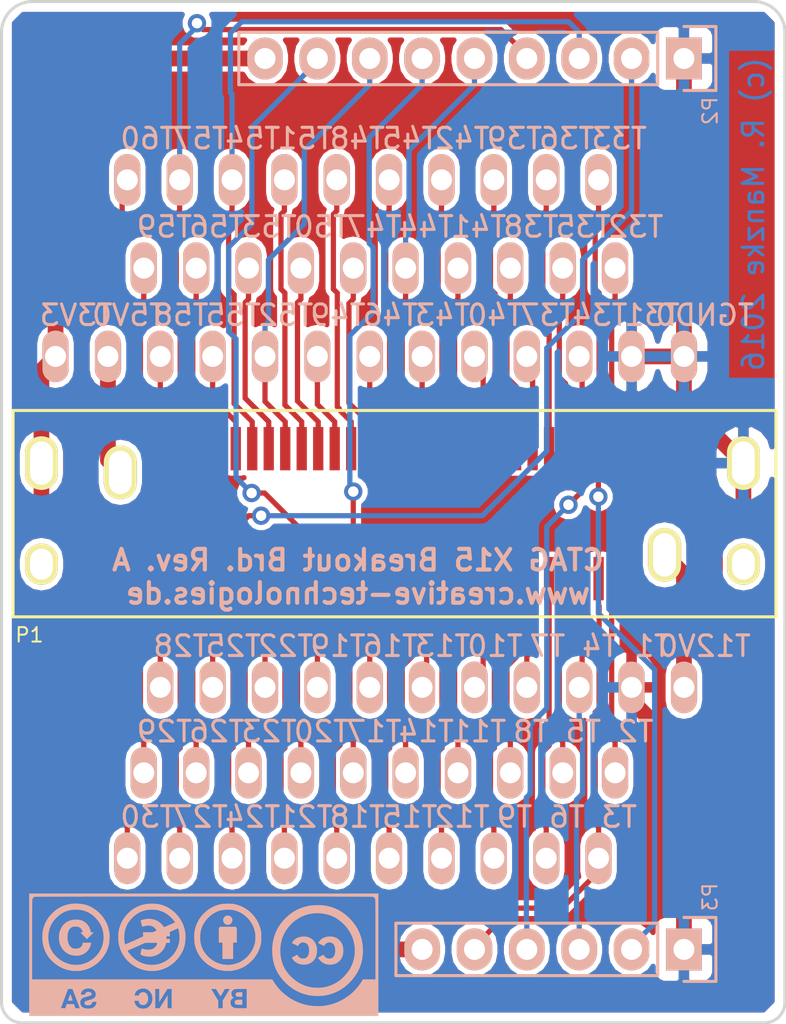
<source format=kicad_pcb>
(kicad_pcb (version 4) (host pcbnew 4.0.2-stable)
  (title_block (title "X15 Breakout Board") (date 2016-06-02) (rev "Rev. A") (company CTAG) (comment 1 "R. Manzke 2016"))
  (layers (0 F.Cu signal) (31 B.Cu signal) (36 B.SilkS user) (37 F.SilkS user) (38 B.Mask user) (39 F.Mask user) (44 Edge.Cuts user))
  (net 0 "")
  (net 1 /SPI_CS)
  (net 2 /SPI_DI)
  (net 3 /DSDATA1)
  (net 4 /DBCLK)
  (net 5 /RESET)
  (net 6 /SPI_DO)
  (net 7 /SPI_CLK)
  (net 8 /ABCLK)
  (net 9 /DLRCLK)
  (net 10 /ASDATA1)
  (net 11 /ALRCLK)
  (net 12 GND)
  (net 13 "Net-(P1-Pad2)")
  (net 14 "Net-(P1-Pad5)")
  (net 15 "Net-(P1-Pad6)")
  (net 16 "Net-(P1-Pad7)")
  (net 17 "Net-(P1-Pad8)")
  (net 18 "Net-(P1-Pad9)")
  (net 19 "Net-(P1-Pad10)")
  (net 20 "Net-(P1-Pad11)")
  (net 21 "Net-(P1-Pad12)")
  (net 22 "Net-(P1-Pad13)")
  (net 23 "Net-(P1-Pad14)")
  (net 24 "Net-(P1-Pad15)")
  (net 25 "Net-(P1-Pad16)")
  (net 26 "Net-(P1-Pad17)")
  (net 27 "Net-(P1-Pad19)")
  (net 28 "Net-(P1-Pad20)")
  (net 29 "Net-(P1-Pad22)")
  (net 30 "Net-(P1-Pad23)")
  (net 31 "Net-(P1-Pad24)")
  (net 32 "Net-(P1-Pad26)")
  (net 33 "Net-(P1-Pad27)")
  (net 34 "Net-(P1-Pad28)")
  (net 35 "Net-(P1-Pad29)")
  (net 36 "Net-(P1-Pad30)")
  (net 37 "Net-(P1-Pad32)")
  (net 38 "Net-(P1-Pad35)")
  (net 39 "Net-(P1-Pad36)")
  (net 40 "Net-(P1-Pad37)")
  (net 41 "Net-(P1-Pad38)")
  (net 42 "Net-(P1-Pad39)")
  (net 43 "Net-(P1-Pad40)")
  (net 44 "Net-(P1-Pad41)")
  (net 45 "Net-(P1-Pad42)")
  (net 46 "Net-(P1-Pad43)")
  (net 47 "Net-(P1-Pad45)")
  (net 48 "Net-(P1-Pad46)")
  (net 49 "Net-(P1-Pad47)")
  (net 50 "Net-(P1-Pad48)")
  (net 51 "Net-(P1-Pad49)")
  (net 52 "Net-(P1-Pad50)")
  (net 53 "Net-(P1-Pad51)")
  (net 54 "Net-(P1-Pad53)")
  (net 55 "Net-(P1-Pad55)")
  (net 56 "Net-(P1-Pad56)")
  (net 57 "Net-(P1-Pad58)")
  (net 58 "Net-(P1-Pad59)")
  (net 59 "Net-(P1-Pad60)")
  (net 60 /12V0)
  (net 61 /5V0)
  (net 62 /3V3)
  (module HiroseFX:FX18-60S-0.8SV15 (layer F.Cu) (at 162.96 71.12)
    (fp_text reference P1 (at -29.21 5.88) (layer F.SilkS) (effects (font (size 0.7 0.7) (thickness 0.1))))
    (fp_text value FX18-60S-0.8SV15)
    (pad 1 smd rect (at 0 3.15) (size 0.5 2.1) (layers F.Cu F.Mask) (net 12 GND))
    (pad 2 smd rect (at -0.8 3.15) (size 0.5 2.1) (layers F.Cu F.Mask) (net 13 "Net-(P1-Pad2)"))
    (pad 3 smd rect (at -1.6 3.15) (size 0.5 2.1) (layers F.Cu F.Mask) (net 1 /SPI_CS))
    (pad 4 smd rect (at -2.4 3.15) (size 0.5 2.1) (layers F.Cu F.Mask) (net 2 /SPI_DI))
    (pad 5 smd rect (at -3.2 3.15) (size 0.5 2.1) (layers F.Cu F.Mask) (net 14 "Net-(P1-Pad5)"))
    (pad 6 smd rect (at -4 3.15) (size 0.5 2.1) (layers F.Cu F.Mask) (net 15 "Net-(P1-Pad6)"))
    (pad 7 smd rect (at -4.8 3.15) (size 0.5 2.1) (layers F.Cu F.Mask) (net 16 "Net-(P1-Pad7)"))
    (pad 8 smd rect (at -5.6 3.15) (size 0.5 2.1) (layers F.Cu F.Mask) (net 17 "Net-(P1-Pad8)"))
    (pad 9 smd rect (at -6.4 3.15) (size 0.5 2.1) (layers F.Cu F.Mask) (net 18 "Net-(P1-Pad9)"))
    (pad 10 smd rect (at -7.2 3.15) (size 0.5 2.1) (layers F.Cu F.Mask) (net 19 "Net-(P1-Pad10)"))
    (pad 11 smd rect (at -8 3.15) (size 0.5 2.1) (layers F.Cu F.Mask) (net 20 "Net-(P1-Pad11)"))
    (pad 12 smd rect (at -8.8 3.15) (size 0.5 2.1) (layers F.Cu F.Mask) (net 21 "Net-(P1-Pad12)"))
    (pad 13 smd rect (at -9.6 3.15) (size 0.5 2.1) (layers F.Cu F.Mask) (net 22 "Net-(P1-Pad13)"))
    (pad 14 smd rect (at -10.4 3.15) (size 0.5 2.1) (layers F.Cu F.Mask) (net 23 "Net-(P1-Pad14)"))
    (pad 15 smd rect (at -11.2 3.15) (size 0.5 2.1) (layers F.Cu F.Mask) (net 24 "Net-(P1-Pad15)"))
    (pad 16 smd rect (at -12 3.15) (size 0.5 2.1) (layers F.Cu F.Mask) (net 25 "Net-(P1-Pad16)"))
    (pad 17 smd rect (at -12.8 3.15) (size 0.5 2.1) (layers F.Cu F.Mask) (net 26 "Net-(P1-Pad17)"))
    (pad 18 smd rect (at -13.6 3.15) (size 0.5 2.1) (layers F.Cu F.Mask) (net 3 /DSDATA1))
    (pad 19 smd rect (at -14.4 3.15) (size 0.5 2.1) (layers F.Cu F.Mask) (net 27 "Net-(P1-Pad19)"))
    (pad 20 smd rect (at -15.2 3.15) (size 0.5 2.1) (layers F.Cu F.Mask) (net 28 "Net-(P1-Pad20)"))
    (pad 21 smd rect (at -16 3.15) (size 0.5 2.1) (layers F.Cu F.Mask) (net 4 /DBCLK))
    (pad 22 smd rect (at -16.8 3.15) (size 0.5 2.1) (layers F.Cu F.Mask) (net 29 "Net-(P1-Pad22)"))
    (pad 23 smd rect (at -17.6 3.15) (size 0.5 2.1) (layers F.Cu F.Mask) (net 30 "Net-(P1-Pad23)"))
    (pad 24 smd rect (at -18.4 3.15) (size 0.5 2.1) (layers F.Cu F.Mask) (net 31 "Net-(P1-Pad24)"))
    (pad 25 smd rect (at -19.2 3.15) (size 0.5 2.1) (layers F.Cu F.Mask) (net 5 /RESET))
    (pad 26 smd rect (at -20 3.15) (size 0.5 2.1) (layers F.Cu F.Mask) (net 32 "Net-(P1-Pad26)"))
    (pad 27 smd rect (at -20.8 3.15) (size 0.5 2.1) (layers F.Cu F.Mask) (net 33 "Net-(P1-Pad27)"))
    (pad 28 smd rect (at -21.6 3.15) (size 0.5 2.1) (layers F.Cu F.Mask) (net 34 "Net-(P1-Pad28)"))
    (pad 29 smd rect (at -22.4 3.15) (size 0.5 2.1) (layers F.Cu F.Mask) (net 35 "Net-(P1-Pad29)"))
    (pad 30 smd rect (at -23.2 3.15) (size 0.5 2.1) (layers F.Cu F.Mask) (net 36 "Net-(P1-Pad30)"))
    (pad 31 smd rect (at 0 -3.15) (size 0.5 2.1) (layers F.Cu F.Mask) (net 12 GND))
    (pad 32 smd rect (at -0.8 -3.15) (size 0.5 2.1) (layers F.Cu F.Mask) (net 37 "Net-(P1-Pad32)"))
    (pad 33 smd rect (at -1.6 -3.15) (size 0.5 2.1) (layers F.Cu F.Mask) (net 6 /SPI_DO))
    (pad 34 smd rect (at -2.4 -3.15) (size 0.5 2.1) (layers F.Cu F.Mask) (net 7 /SPI_CLK))
    (pad 35 smd rect (at -3.2 -3.15) (size 0.5 2.1) (layers F.Cu F.Mask) (net 38 "Net-(P1-Pad35)"))
    (pad 36 smd rect (at -4 -3.15) (size 0.5 2.1) (layers F.Cu F.Mask) (net 39 "Net-(P1-Pad36)"))
    (pad 37 smd rect (at -4.8 -3.15) (size 0.5 2.1) (layers F.Cu F.Mask) (net 40 "Net-(P1-Pad37)"))
    (pad 38 smd rect (at -5.6 -3.15) (size 0.5 2.1) (layers F.Cu F.Mask) (net 41 "Net-(P1-Pad38)"))
    (pad 39 smd rect (at -6.4 -3.15) (size 0.5 2.1) (layers F.Cu F.Mask) (net 42 "Net-(P1-Pad39)"))
    (pad 40 smd rect (at -7.2 -3.15) (size 0.5 2.1) (layers F.Cu F.Mask) (net 43 "Net-(P1-Pad40)"))
    (pad 41 smd rect (at -8 -3.15) (size 0.5 2.1) (layers F.Cu F.Mask) (net 44 "Net-(P1-Pad41)"))
    (pad 42 smd rect (at -8.8 -3.15) (size 0.5 2.1) (layers F.Cu F.Mask) (net 45 "Net-(P1-Pad42)"))
    (pad 43 smd rect (at -9.6 -3.15) (size 0.5 2.1) (layers F.Cu F.Mask) (net 46 "Net-(P1-Pad43)"))
    (pad 44 smd rect (at -10.4 -3.15) (size 0.5 2.1) (layers F.Cu F.Mask) (net 8 /ABCLK))
    (pad 45 smd rect (at -11.2 -3.15) (size 0.5 2.1) (layers F.Cu F.Mask) (net 47 "Net-(P1-Pad45)"))
    (pad 46 smd rect (at -12 -3.15) (size 0.5 2.1) (layers F.Cu F.Mask) (net 48 "Net-(P1-Pad46)"))
    (pad 47 smd rect (at -12.8 -3.15) (size 0.5 2.1) (layers F.Cu F.Mask) (net 49 "Net-(P1-Pad47)"))
    (pad 48 smd rect (at -13.6 -3.15) (size 0.5 2.1) (layers F.Cu F.Mask) (net 50 "Net-(P1-Pad48)"))
    (pad 49 smd rect (at -14.4 -3.15) (size 0.5 2.1) (layers F.Cu F.Mask) (net 51 "Net-(P1-Pad49)"))
    (pad 50 smd rect (at -15.2 -3.15) (size 0.5 2.1) (layers F.Cu F.Mask) (net 52 "Net-(P1-Pad50)"))
    (pad 51 smd rect (at -16 -3.15) (size 0.5 2.1) (layers F.Cu F.Mask) (net 53 "Net-(P1-Pad51)"))
    (pad 52 smd rect (at -16.8 -3.15) (size 0.5 2.1) (layers F.Cu F.Mask) (net 9 /DLRCLK))
    (pad 53 smd rect (at -17.6 -3.15) (size 0.5 2.1) (layers F.Cu F.Mask) (net 54 "Net-(P1-Pad53)"))
    (pad 54 smd rect (at -18.4 -3.15) (size 0.5 2.1) (layers F.Cu F.Mask) (net 10 /ASDATA1))
    (pad 55 smd rect (at -19.2 -3.15) (size 0.5 2.1) (layers F.Cu F.Mask) (net 55 "Net-(P1-Pad55)"))
    (pad 56 smd rect (at -20 -3.15) (size 0.5 2.1) (layers F.Cu F.Mask) (net 56 "Net-(P1-Pad56)"))
    (pad 57 smd rect (at -20.8 -3.15) (size 0.5 2.1) (layers F.Cu F.Mask) (net 11 /ALRCLK))
    (pad 58 smd rect (at -21.6 -3.15) (size 0.5 2.1) (layers F.Cu F.Mask) (net 57 "Net-(P1-Pad58)"))
    (pad 59 smd rect (at -22.4 -3.15) (size 0.5 2.1) (layers F.Cu F.Mask) (net 58 "Net-(P1-Pad59)"))
    (pad 60 smd rect (at -23.2 -3.15) (size 0.5 2.1) (layers F.Cu F.Mask) (net 59 "Net-(P1-Pad60)"))
    (pad B1 thru_hole oval (at 1.6 2) (size 1.6 2.6) (drill oval 1.1 2.1) (layers *.Cu *.Mask F.SilkS) (net 60 /12V0))
    (pad B2 thru_hole oval (at -24.8 -2) (size 1.6 2.6) (drill oval 1.1 2.1) (layers *.Cu *.Mask F.SilkS) (net 61 /5V0))
    (pad A2 thru_hole oval (at 5.425 -2.45) (size 1.6 2.6) (drill oval 1.1 2.1) (layers *.Cu *.Mask F.SilkS) (net 12 GND))
    (pad A3 thru_hole oval (at -28.625 -2.45) (size 1.6 2.6) (drill oval 1.1 2.1) (layers *.Cu *.Mask F.SilkS) (net 62 /3V3))
    (pad A1 thru_hole oval (at 5.425 2.45) (size 1.6 2) (drill oval 1.1 1.5) (layers *.Cu *.Mask F.SilkS))
    (pad A4 thru_hole oval (at -28.625 2.45) (size 1.6 2) (drill oval 1.1 1.5) (layers *.Cu *.Mask F.SilkS))
  )
  (module Pin_Headers:Pin_Header_Straight_1x09 (layer B.Cu) (at 165.5 49.06 90)
    (fp_text reference P2 (at -2.54 1.27 90) (layer B.SilkS) (effects (font (size 0.7 0.7) (thickness 0.1)) (justify mirror)))
    (fp_text value I2S)
    (pad 1 thru_hole rect (at 0 0 90) (size 2.032 1.7272) (drill 1.016) (layers *.Cu *.Mask B.SilkS) (net 12 GND))
    (pad 2 thru_hole oval (at 0 -2.54 90) (size 2.032 1.7272) (drill 1.016) (layers *.Cu *.Mask B.SilkS) (net 5 /RESET))
    (pad 3 thru_hole oval (at 0 -5.08 90) (size 2.032 1.7272) (drill 1.016) (layers *.Cu *.Mask B.SilkS) (net 10 /ASDATA1))
    (pad 4 thru_hole oval (at 0 -7.62 90) (size 2.032 1.7272) (drill 1.016) (layers *.Cu *.Mask B.SilkS) (net 11 /ALRCLK))
    (pad 5 thru_hole oval (at 0 -10.16 90) (size 2.032 1.7272) (drill 1.016) (layers *.Cu *.Mask B.SilkS) (net 8 /ABCLK))
    (pad 6 thru_hole oval (at 0 -12.7 90) (size 2.032 1.7272) (drill 1.016) (layers *.Cu *.Mask B.SilkS) (net 3 /DSDATA1))
    (pad 7 thru_hole oval (at 0 -15.24 90) (size 2.032 1.7272) (drill 1.016) (layers *.Cu *.Mask B.SilkS) (net 9 /DLRCLK))
    (pad 8 thru_hole oval (at 0 -17.78 90) (size 2.032 1.7272) (drill 1.016) (layers *.Cu *.Mask B.SilkS) (net 4 /DBCLK))
    (pad 9 thru_hole oval (at 0 -20.32 90) (size 2.032 1.7272) (drill 1.016) (layers *.Cu *.Mask B.SilkS) (net 62 /3V3))
  )
  (module Pin_Headers:Pin_Header_Straight_1x06 (layer B.Cu) (at 165.5 92.24 90)
    (fp_text reference P3 (at 2.54 1.27 90) (layer B.SilkS) (effects (font (size 0.7 0.7) (thickness 0.1)) (justify mirror)))
    (fp_text value SPI)
    (pad 1 thru_hole rect (at 0 0 90) (size 2.032 1.7272) (drill 1.016) (layers *.Cu *.Mask B.SilkS) (net 12 GND))
    (pad 2 thru_hole oval (at 0 -2.54 90) (size 2.032 1.7272) (drill 1.016) (layers *.Cu *.Mask B.SilkS) (net 6 /SPI_DO))
    (pad 3 thru_hole oval (at 0 -5.08 90) (size 2.032 1.7272) (drill 1.016) (layers *.Cu *.Mask B.SilkS) (net 2 /SPI_DI))
    (pad 4 thru_hole oval (at 0 -7.62 90) (size 2.032 1.7272) (drill 1.016) (layers *.Cu *.Mask B.SilkS) (net 7 /SPI_CLK))
    (pad 5 thru_hole oval (at 0 -10.16 90) (size 2.032 1.7272) (drill 1.016) (layers *.Cu *.Mask B.SilkS) (net 1 /SPI_CS))
    (pad 6 thru_hole oval (at 0 -12.7 90) (size 2.032 1.7272) (drill 1.016) (layers *.Cu *.Mask B.SilkS) (net 62 /3V3))
  )
  (module modules:cc-logo (layer B.Cu) (at 142.21 92.5 180)
    (fp_text reference G*** hide)
    (fp_text value LOGO hide)
  )
  (module HiroseFX:Testpin (layer B.Cu) (at 165.5 63.5)
    (fp_text reference TGND0 (at 1 -2) (layer B.SilkS) (effects (justify mirror)))
    (fp_text value ~)
    (pad 1 thru_hole oval (at 0 0) (size 1.27 2.5) (drill 1.016) (layers *.Cu *.Mask B.SilkS) (net 12 GND))
  )
  (module HiroseFX:Testpin (layer B.Cu) (at 138.5 54.94)
    (fp_text reference T60 (at 1 -2) (layer B.SilkS) (effects (justify mirror)))
    (fp_text value ~)
    (pad 1 thru_hole oval (at 0 0) (size 1.27 2.5) (drill 1.016) (layers *.Cu *.Mask B.SilkS) (net 59 "Net-(P1-Pad60)"))
  )
  (module HiroseFX:Testpin (layer B.Cu) (at 139.3 59.22)
    (fp_text reference T59 (at 1 -2) (layer B.SilkS) (effects (justify mirror)))
    (fp_text value ~)
    (pad 1 thru_hole oval (at 0 0) (size 1.27 2.5) (drill 1.016) (layers *.Cu *.Mask B.SilkS) (net 58 "Net-(P1-Pad59)"))
  )
  (module HiroseFX:Testpin (layer B.Cu) (at 140.1 63.5)
    (fp_text reference T58 (at 1 -2) (layer B.SilkS) (effects (justify mirror)))
    (fp_text value ~)
    (pad 1 thru_hole oval (at 0 0) (size 1.27 2.5) (drill 1.016) (layers *.Cu *.Mask B.SilkS) (net 57 "Net-(P1-Pad58)"))
  )
  (module HiroseFX:Testpin (layer B.Cu) (at 141.04 54.94)
    (fp_text reference T57 (at 1 -2) (layer B.SilkS) (effects (justify mirror)))
    (fp_text value ~)
    (pad 1 thru_hole oval (at 0 0) (size 1.27 2.5) (drill 1.016) (layers *.Cu *.Mask B.SilkS) (net 11 /ALRCLK))
  )
  (module HiroseFX:Testpin (layer B.Cu) (at 141.84 59.22)
    (fp_text reference T56 (at 1 -2) (layer B.SilkS) (effects (justify mirror)))
    (fp_text value ~)
    (pad 1 thru_hole oval (at 0 0) (size 1.27 2.5) (drill 1.016) (layers *.Cu *.Mask B.SilkS) (net 56 "Net-(P1-Pad56)"))
  )
  (module HiroseFX:Testpin (layer B.Cu) (at 142.64 63.5)
    (fp_text reference T55 (at 1 -2) (layer B.SilkS) (effects (justify mirror)))
    (fp_text value ~)
    (pad 1 thru_hole oval (at 0 0) (size 1.27 2.5) (drill 1.016) (layers *.Cu *.Mask B.SilkS) (net 55 "Net-(P1-Pad55)"))
  )
  (module HiroseFX:Testpin (layer B.Cu) (at 143.58 54.94)
    (fp_text reference T54 (at 1 -2) (layer B.SilkS) (effects (justify mirror)))
    (fp_text value ~)
    (pad 1 thru_hole oval (at 0 0) (size 1.27 2.5) (drill 1.016) (layers *.Cu *.Mask B.SilkS) (net 10 /ASDATA1))
  )
  (module HiroseFX:Testpin (layer B.Cu) (at 144.38 59.22)
    (fp_text reference T53 (at 1 -2) (layer B.SilkS) (effects (justify mirror)))
    (fp_text value ~)
    (pad 1 thru_hole oval (at 0 0) (size 1.27 2.5) (drill 1.016) (layers *.Cu *.Mask B.SilkS) (net 54 "Net-(P1-Pad53)"))
  )
  (module HiroseFX:Testpin (layer B.Cu) (at 145.18 63.5)
    (fp_text reference T52 (at 1 -2) (layer B.SilkS) (effects (justify mirror)))
    (fp_text value ~)
    (pad 1 thru_hole oval (at 0 0) (size 1.27 2.5) (drill 1.016) (layers *.Cu *.Mask B.SilkS) (net 9 /DLRCLK))
  )
  (module HiroseFX:Testpin (layer B.Cu) (at 146.12 54.94)
    (fp_text reference T51 (at 1 -2) (layer B.SilkS) (effects (justify mirror)))
    (fp_text value ~)
    (pad 1 thru_hole oval (at 0 0) (size 1.27 2.5) (drill 1.016) (layers *.Cu *.Mask B.SilkS) (net 53 "Net-(P1-Pad51)"))
  )
  (module HiroseFX:Testpin (layer B.Cu) (at 146.92 59.22)
    (fp_text reference T50 (at 1 -2) (layer B.SilkS) (effects (justify mirror)))
    (fp_text value ~)
    (pad 1 thru_hole oval (at 0 0) (size 1.27 2.5) (drill 1.016) (layers *.Cu *.Mask B.SilkS) (net 52 "Net-(P1-Pad50)"))
  )
  (module HiroseFX:Testpin (layer B.Cu) (at 147.72 63.5)
    (fp_text reference T49 (at 1 -2) (layer B.SilkS) (effects (justify mirror)))
    (fp_text value ~)
    (pad 1 thru_hole oval (at 0 0) (size 1.27 2.5) (drill 1.016) (layers *.Cu *.Mask B.SilkS) (net 51 "Net-(P1-Pad49)"))
  )
  (module HiroseFX:Testpin (layer B.Cu) (at 148.66 54.94)
    (fp_text reference T48 (at 1 -2) (layer B.SilkS) (effects (justify mirror)))
    (fp_text value ~)
    (pad 1 thru_hole oval (at 0 0) (size 1.27 2.5) (drill 1.016) (layers *.Cu *.Mask B.SilkS) (net 50 "Net-(P1-Pad48)"))
  )
  (module HiroseFX:Testpin (layer B.Cu) (at 149.46 59.22)
    (fp_text reference T47 (at 1 -2) (layer B.SilkS) (effects (justify mirror)))
    (fp_text value ~)
    (pad 1 thru_hole oval (at 0 0) (size 1.27 2.5) (drill 1.016) (layers *.Cu *.Mask B.SilkS) (net 49 "Net-(P1-Pad47)"))
  )
  (module HiroseFX:Testpin (layer B.Cu) (at 150.26 63.5)
    (fp_text reference T46 (at 1 -2) (layer B.SilkS) (effects (justify mirror)))
    (fp_text value ~)
    (pad 1 thru_hole oval (at 0 0) (size 1.27 2.5) (drill 1.016) (layers *.Cu *.Mask B.SilkS) (net 48 "Net-(P1-Pad46)"))
  )
  (module HiroseFX:Testpin (layer B.Cu) (at 151.2 54.94)
    (fp_text reference T45 (at 1 -2) (layer B.SilkS) (effects (justify mirror)))
    (fp_text value ~)
    (pad 1 thru_hole oval (at 0 0) (size 1.27 2.5) (drill 1.016) (layers *.Cu *.Mask B.SilkS) (net 47 "Net-(P1-Pad45)"))
  )
  (module HiroseFX:Testpin (layer B.Cu) (at 152 59.22)
    (fp_text reference T44 (at 1 -2) (layer B.SilkS) (effects (justify mirror)))
    (fp_text value ~)
    (pad 1 thru_hole oval (at 0 0) (size 1.27 2.5) (drill 1.016) (layers *.Cu *.Mask B.SilkS) (net 8 /ABCLK))
  )
  (module HiroseFX:Testpin (layer B.Cu) (at 152.8 63.5)
    (fp_text reference T43 (at 1 -2) (layer B.SilkS) (effects (justify mirror)))
    (fp_text value ~)
    (pad 1 thru_hole oval (at 0 0) (size 1.27 2.5) (drill 1.016) (layers *.Cu *.Mask B.SilkS) (net 46 "Net-(P1-Pad43)"))
  )
  (module HiroseFX:Testpin (layer B.Cu) (at 153.74 54.94)
    (fp_text reference T42 (at 1 -2) (layer B.SilkS) (effects (justify mirror)))
    (fp_text value ~)
    (pad 1 thru_hole oval (at 0 0) (size 1.27 2.5) (drill 1.016) (layers *.Cu *.Mask B.SilkS) (net 45 "Net-(P1-Pad42)"))
  )
  (module HiroseFX:Testpin (layer B.Cu) (at 154.54 59.22)
    (fp_text reference T41 (at 1 -2) (layer B.SilkS) (effects (justify mirror)))
    (fp_text value ~)
    (pad 1 thru_hole oval (at 0 0) (size 1.27 2.5) (drill 1.016) (layers *.Cu *.Mask B.SilkS) (net 44 "Net-(P1-Pad41)"))
  )
  (module HiroseFX:Testpin (layer B.Cu) (at 155.34 63.5)
    (fp_text reference T40 (at 1 -2) (layer B.SilkS) (effects (justify mirror)))
    (fp_text value ~)
    (pad 1 thru_hole oval (at 0 0) (size 1.27 2.5) (drill 1.016) (layers *.Cu *.Mask B.SilkS) (net 43 "Net-(P1-Pad40)"))
  )
  (module HiroseFX:Testpin (layer B.Cu) (at 156.28 54.94)
    (fp_text reference T39 (at 1 -2) (layer B.SilkS) (effects (justify mirror)))
    (fp_text value ~)
    (pad 1 thru_hole oval (at 0 0) (size 1.27 2.5) (drill 1.016) (layers *.Cu *.Mask B.SilkS) (net 42 "Net-(P1-Pad39)"))
  )
  (module HiroseFX:Testpin (layer B.Cu) (at 157.08 59.22)
    (fp_text reference T38 (at 1 -2) (layer B.SilkS) (effects (justify mirror)))
    (fp_text value ~)
    (pad 1 thru_hole oval (at 0 0) (size 1.27 2.5) (drill 1.016) (layers *.Cu *.Mask B.SilkS) (net 41 "Net-(P1-Pad38)"))
  )
  (module HiroseFX:Testpin (layer B.Cu) (at 157.88 63.5)
    (fp_text reference T37 (at 1 -2) (layer B.SilkS) (effects (justify mirror)))
    (fp_text value ~)
    (pad 1 thru_hole oval (at 0 0) (size 1.27 2.5) (drill 1.016) (layers *.Cu *.Mask B.SilkS) (net 40 "Net-(P1-Pad37)"))
  )
  (module HiroseFX:Testpin (layer B.Cu) (at 158.82 54.94)
    (fp_text reference T36 (at 1 -2) (layer B.SilkS) (effects (justify mirror)))
    (fp_text value ~)
    (pad 1 thru_hole oval (at 0 0) (size 1.27 2.5) (drill 1.016) (layers *.Cu *.Mask B.SilkS) (net 39 "Net-(P1-Pad36)"))
  )
  (module HiroseFX:Testpin (layer B.Cu) (at 159.62 59.22)
    (fp_text reference T35 (at 1 -2) (layer B.SilkS) (effects (justify mirror)))
    (fp_text value ~)
    (pad 1 thru_hole oval (at 0 0) (size 1.27 2.5) (drill 1.016) (layers *.Cu *.Mask B.SilkS) (net 38 "Net-(P1-Pad35)"))
  )
  (module HiroseFX:Testpin (layer B.Cu) (at 160.42 63.5)
    (fp_text reference T34 (at 1 -2) (layer B.SilkS) (effects (justify mirror)))
    (fp_text value ~)
    (pad 1 thru_hole oval (at 0 0) (size 1.27 2.5) (drill 1.016) (layers *.Cu *.Mask B.SilkS) (net 7 /SPI_CLK))
  )
  (module HiroseFX:Testpin (layer B.Cu) (at 161.36 54.94)
    (fp_text reference T33 (at 1 -2) (layer B.SilkS) (effects (justify mirror)))
    (fp_text value ~)
    (pad 1 thru_hole oval (at 0 0) (size 1.27 2.5) (drill 1.016) (layers *.Cu *.Mask B.SilkS) (net 6 /SPI_DO))
  )
  (module HiroseFX:Testpin (layer B.Cu) (at 162.16 59.22)
    (fp_text reference T32 (at 1 -2) (layer B.SilkS) (effects (justify mirror)))
    (fp_text value ~)
    (pad 1 thru_hole oval (at 0 0) (size 1.27 2.5) (drill 1.016) (layers *.Cu *.Mask B.SilkS) (net 37 "Net-(P1-Pad32)"))
  )
  (module HiroseFX:Testpin (layer B.Cu) (at 162.96 63.5)
    (fp_text reference T31 (at 1 -2) (layer B.SilkS) (effects (justify mirror)))
    (fp_text value ~)
    (pad 1 thru_hole oval (at 0 0) (size 1.27 2.5) (drill 1.016) (layers *.Cu *.Mask B.SilkS) (net 12 GND))
  )
  (module HiroseFX:Testpin (layer B.Cu) (at 138.5 87.82)
    (fp_text reference T30 (at 1 -2) (layer B.SilkS) (effects (justify mirror)))
    (fp_text value ~)
    (pad 1 thru_hole oval (at 0 0) (size 1.27 2.5) (drill 1.016) (layers *.Cu *.Mask B.SilkS) (net 36 "Net-(P1-Pad30)"))
  )
  (module HiroseFX:Testpin (layer B.Cu) (at 139.3 83.68)
    (fp_text reference T29 (at 1 -2) (layer B.SilkS) (effects (justify mirror)))
    (fp_text value ~)
    (pad 1 thru_hole oval (at 0 0) (size 1.27 2.5) (drill 1.016) (layers *.Cu *.Mask B.SilkS) (net 35 "Net-(P1-Pad29)"))
  )
  (module HiroseFX:Testpin (layer B.Cu) (at 140.1 79.54)
    (fp_text reference T28 (at 1 -2) (layer B.SilkS) (effects (justify mirror)))
    (fp_text value ~)
    (pad 1 thru_hole oval (at 0 0) (size 1.27 2.5) (drill 1.016) (layers *.Cu *.Mask B.SilkS) (net 34 "Net-(P1-Pad28)"))
  )
  (module HiroseFX:Testpin (layer B.Cu) (at 141.04 87.82)
    (fp_text reference T27 (at 1 -2) (layer B.SilkS) (effects (justify mirror)))
    (fp_text value ~)
    (pad 1 thru_hole oval (at 0 0) (size 1.27 2.5) (drill 1.016) (layers *.Cu *.Mask B.SilkS) (net 33 "Net-(P1-Pad27)"))
  )
  (module HiroseFX:Testpin (layer B.Cu) (at 141.84 83.68)
    (fp_text reference T26 (at 1 -2) (layer B.SilkS) (effects (justify mirror)))
    (fp_text value ~)
    (pad 1 thru_hole oval (at 0 0) (size 1.27 2.5) (drill 1.016) (layers *.Cu *.Mask B.SilkS) (net 32 "Net-(P1-Pad26)"))
  )
  (module HiroseFX:Testpin (layer B.Cu) (at 142.64 79.54)
    (fp_text reference T25 (at 1 -2) (layer B.SilkS) (effects (justify mirror)))
    (fp_text value ~)
    (pad 1 thru_hole oval (at 0 0) (size 1.27 2.5) (drill 1.016) (layers *.Cu *.Mask B.SilkS) (net 5 /RESET))
  )
  (module HiroseFX:Testpin (layer B.Cu) (at 143.58 87.82)
    (fp_text reference T24 (at 1 -2) (layer B.SilkS) (effects (justify mirror)))
    (fp_text value ~)
    (pad 1 thru_hole oval (at 0 0) (size 1.27 2.5) (drill 1.016) (layers *.Cu *.Mask B.SilkS) (net 31 "Net-(P1-Pad24)"))
  )
  (module HiroseFX:Testpin (layer B.Cu) (at 144.38 83.68)
    (fp_text reference T23 (at 1 -2) (layer B.SilkS) (effects (justify mirror)))
    (fp_text value ~)
    (pad 1 thru_hole oval (at 0 0) (size 1.27 2.5) (drill 1.016) (layers *.Cu *.Mask B.SilkS) (net 30 "Net-(P1-Pad23)"))
  )
  (module HiroseFX:Testpin (layer B.Cu) (at 145.18 79.54)
    (fp_text reference T22 (at 1 -2) (layer B.SilkS) (effects (justify mirror)))
    (fp_text value ~)
    (pad 1 thru_hole oval (at 0 0) (size 1.27 2.5) (drill 1.016) (layers *.Cu *.Mask B.SilkS) (net 29 "Net-(P1-Pad22)"))
  )
  (module HiroseFX:Testpin (layer B.Cu) (at 146.12 87.82)
    (fp_text reference T21 (at 1 -2) (layer B.SilkS) (effects (justify mirror)))
    (fp_text value ~)
    (pad 1 thru_hole oval (at 0 0) (size 1.27 2.5) (drill 1.016) (layers *.Cu *.Mask B.SilkS) (net 4 /DBCLK))
  )
  (module HiroseFX:Testpin (layer B.Cu) (at 146.92 83.68)
    (fp_text reference T20 (at 1 -2) (layer B.SilkS) (effects (justify mirror)))
    (fp_text value ~)
    (pad 1 thru_hole oval (at 0 0) (size 1.27 2.5) (drill 1.016) (layers *.Cu *.Mask B.SilkS) (net 28 "Net-(P1-Pad20)"))
  )
  (module HiroseFX:Testpin (layer B.Cu) (at 147.72 79.54)
    (fp_text reference T19 (at 1 -2) (layer B.SilkS) (effects (justify mirror)))
    (fp_text value ~)
    (pad 1 thru_hole oval (at 0 0) (size 1.27 2.5) (drill 1.016) (layers *.Cu *.Mask B.SilkS) (net 27 "Net-(P1-Pad19)"))
  )
  (module HiroseFX:Testpin (layer B.Cu) (at 148.66 87.82)
    (fp_text reference T18 (at 1 -2) (layer B.SilkS) (effects (justify mirror)))
    (fp_text value ~)
    (pad 1 thru_hole oval (at 0 0) (size 1.27 2.5) (drill 1.016) (layers *.Cu *.Mask B.SilkS) (net 3 /DSDATA1))
  )
  (module HiroseFX:Testpin (layer B.Cu) (at 149.46 83.68)
    (fp_text reference T17 (at 1 -2) (layer B.SilkS) (effects (justify mirror)))
    (fp_text value ~)
    (pad 1 thru_hole oval (at 0 0) (size 1.27 2.5) (drill 1.016) (layers *.Cu *.Mask B.SilkS) (net 26 "Net-(P1-Pad17)"))
  )
  (module HiroseFX:Testpin (layer B.Cu) (at 150.26 79.54)
    (fp_text reference T16 (at 1 -2) (layer B.SilkS) (effects (justify mirror)))
    (fp_text value ~)
    (pad 1 thru_hole oval (at 0 0) (size 1.27 2.5) (drill 1.016) (layers *.Cu *.Mask B.SilkS) (net 25 "Net-(P1-Pad16)"))
  )
  (module HiroseFX:Testpin (layer B.Cu) (at 151.2 87.82)
    (fp_text reference T15 (at 1 -2) (layer B.SilkS) (effects (justify mirror)))
    (fp_text value ~)
    (pad 1 thru_hole oval (at 0 0) (size 1.27 2.5) (drill 1.016) (layers *.Cu *.Mask B.SilkS) (net 24 "Net-(P1-Pad15)"))
  )
  (module HiroseFX:Testpin (layer B.Cu) (at 152 83.68)
    (fp_text reference T14 (at 1 -2) (layer B.SilkS) (effects (justify mirror)))
    (fp_text value ~)
    (pad 1 thru_hole oval (at 0 0) (size 1.27 2.5) (drill 1.016) (layers *.Cu *.Mask B.SilkS) (net 23 "Net-(P1-Pad14)"))
  )
  (module HiroseFX:Testpin (layer B.Cu) (at 152.8 79.54)
    (fp_text reference T13 (at 1 -2) (layer B.SilkS) (effects (justify mirror)))
    (fp_text value ~)
    (pad 1 thru_hole oval (at 0 0) (size 1.27 2.5) (drill 1.016) (layers *.Cu *.Mask B.SilkS) (net 22 "Net-(P1-Pad13)"))
  )
  (module HiroseFX:Testpin (layer B.Cu) (at 165.5 79.54)
    (fp_text reference T12V0 (at 1 -2) (layer B.SilkS) (effects (justify mirror)))
    (fp_text value ~)
    (pad 1 thru_hole oval (at 0 0) (size 1.27 2.5) (drill 1.016) (layers *.Cu *.Mask B.SilkS) (net 60 /12V0))
  )
  (module HiroseFX:Testpin (layer B.Cu) (at 153.74 87.82)
    (fp_text reference T12 (at 1 -2) (layer B.SilkS) (effects (justify mirror)))
    (fp_text value ~)
    (pad 1 thru_hole oval (at 0 0) (size 1.27 2.5) (drill 1.016) (layers *.Cu *.Mask B.SilkS) (net 21 "Net-(P1-Pad12)"))
  )
  (module HiroseFX:Testpin (layer B.Cu) (at 154.54 83.68)
    (fp_text reference T11 (at 1 -2) (layer B.SilkS) (effects (justify mirror)))
    (fp_text value ~)
    (pad 1 thru_hole oval (at 0 0) (size 1.27 2.5) (drill 1.016) (layers *.Cu *.Mask B.SilkS) (net 20 "Net-(P1-Pad11)"))
  )
  (module HiroseFX:Testpin (layer B.Cu) (at 155.34 79.54)
    (fp_text reference T10 (at 1 -2) (layer B.SilkS) (effects (justify mirror)))
    (fp_text value ~)
    (pad 1 thru_hole oval (at 0 0) (size 1.27 2.5) (drill 1.016) (layers *.Cu *.Mask B.SilkS) (net 19 "Net-(P1-Pad10)"))
  )
  (module HiroseFX:Testpin (layer B.Cu) (at 156.28 87.82)
    (fp_text reference T9 (at 1 -2) (layer B.SilkS) (effects (justify mirror)))
    (fp_text value ~)
    (pad 1 thru_hole oval (at 0 0) (size 1.27 2.5) (drill 1.016) (layers *.Cu *.Mask B.SilkS) (net 18 "Net-(P1-Pad9)"))
  )
  (module HiroseFX:Testpin (layer B.Cu) (at 157.08 83.68)
    (fp_text reference T8 (at 1 -2) (layer B.SilkS) (effects (justify mirror)))
    (fp_text value ~)
    (pad 1 thru_hole oval (at 0 0) (size 1.27 2.5) (drill 1.016) (layers *.Cu *.Mask B.SilkS) (net 17 "Net-(P1-Pad8)"))
  )
  (module HiroseFX:Testpin (layer B.Cu) (at 157.88 79.54)
    (fp_text reference T7 (at 1 -2) (layer B.SilkS) (effects (justify mirror)))
    (fp_text value ~)
    (pad 1 thru_hole oval (at 0 0) (size 1.27 2.5) (drill 1.016) (layers *.Cu *.Mask B.SilkS) (net 16 "Net-(P1-Pad7)"))
  )
  (module HiroseFX:Testpin (layer B.Cu) (at 158.82 87.82)
    (fp_text reference T6 (at 1 -2) (layer B.SilkS) (effects (justify mirror)))
    (fp_text value ~)
    (pad 1 thru_hole oval (at 0 0) (size 1.27 2.5) (drill 1.016) (layers *.Cu *.Mask B.SilkS) (net 15 "Net-(P1-Pad6)"))
  )
  (module HiroseFX:Testpin (layer B.Cu) (at 137.56 63.5)
    (fp_text reference T5V0 (at 1 -2) (layer B.SilkS) (effects (justify mirror)))
    (fp_text value ~)
    (pad 1 thru_hole oval (at 0 0) (size 1.27 2.5) (drill 1.016) (layers *.Cu *.Mask B.SilkS) (net 61 /5V0))
  )
  (module HiroseFX:Testpin (layer B.Cu) (at 159.62 83.68)
    (fp_text reference T5 (at 1 -2) (layer B.SilkS) (effects (justify mirror)))
    (fp_text value ~)
    (pad 1 thru_hole oval (at 0 0) (size 1.27 2.5) (drill 1.016) (layers *.Cu *.Mask B.SilkS) (net 14 "Net-(P1-Pad5)"))
  )
  (module HiroseFX:Testpin (layer B.Cu) (at 160.42 79.54)
    (fp_text reference T4 (at 1 -2) (layer B.SilkS) (effects (justify mirror)))
    (fp_text value ~)
    (pad 1 thru_hole oval (at 0 0) (size 1.27 2.5) (drill 1.016) (layers *.Cu *.Mask B.SilkS) (net 2 /SPI_DI))
  )
  (module HiroseFX:Testpin (layer B.Cu) (at 135.02 63.5)
    (fp_text reference T3V3 (at 1 -2) (layer B.SilkS) (effects (justify mirror)))
    (fp_text value ~)
    (pad 1 thru_hole oval (at 0 0) (size 1.27 2.5) (drill 1.016) (layers *.Cu *.Mask B.SilkS) (net 62 /3V3))
  )
  (module HiroseFX:Testpin (layer B.Cu) (at 161.36 87.82)
    (fp_text reference T3 (at 1 -2) (layer B.SilkS) (effects (justify mirror)))
    (fp_text value ~)
    (pad 1 thru_hole oval (at 0 0) (size 1.27 2.5) (drill 1.016) (layers *.Cu *.Mask B.SilkS) (net 1 /SPI_CS))
  )
  (module HiroseFX:Testpin (layer B.Cu) (at 162.16 83.68)
    (fp_text reference T2 (at 1 -2) (layer B.SilkS) (effects (justify mirror)))
    (fp_text value ~)
    (pad 1 thru_hole oval (at 0 0) (size 1.27 2.5) (drill 1.016) (layers *.Cu *.Mask B.SilkS) (net 13 "Net-(P1-Pad2)"))
  )
  (module HiroseFX:Testpin (layer B.Cu) (at 162.96 79.54)
    (fp_text reference T1 (at 1 -2) (layer B.SilkS) (effects (justify mirror)))
    (fp_text value ~)
    (pad 1 thru_hole oval (at 0 0) (size 1.27 2.5) (drill 1.016) (layers *.Cu *.Mask B.SilkS) (net 12 GND))
  )
  (gr_text "(c) R. Manzke 2016" (at 168.87 56.61 90) (layer B.Cu) (effects (font (size 1 1)) (justify mirror)))
  (gr_text "CTAG X15 Breakout Brd. Rev. A\nwww.creative-technologies.de" (at 149.69 74.18) (layer B.SilkS) (effects (font (size 1 1) (thickness 0.2)) (justify mirror)))
  (gr_line (start 169.4 95.8) (end 133.4 95.8) (angle 90) (layer Edge.Cuts) (width 0.15))
  (gr_line (start 168.9 46.3) (end 133.9 46.3) (angle 90) (layer Edge.Cuts) (width 0.15))
  (gr_line (start 170.4 94.8) (end 170.4 47.8) (angle 90) (layer Edge.Cuts) (width 0.15))
  (gr_line (start 132.4 47.8) (end 132.4 94.8) (angle 90) (layer Edge.Cuts) (width 0.15))
  (gr_arc (start 168.9 47.8) (end 168.9 46.3) (angle 90) (layer Edge.Cuts) (width 0.15))
  (gr_arc (start 133.9 47.8) (end 132.4 47.8) (angle 90) (layer Edge.Cuts) (width 0.15))
  (gr_arc (start 133.4 94.8) (end 133.4 95.8) (angle 90) (layer Edge.Cuts) (width 0.15))
  (gr_arc (start 169.4 94.8) (end 170.4 94.8) (angle 90) (layer Edge.Cuts) (width 0.15))
  (segment (start 161.36 74.27) (end 161.36 75.574) (width 0.254) (layer F.Cu) (net 1))
  (segment (start 161.38521 80.554803) (end 161.19479 80.745223) (width 0.254) (layer F.Cu) (net 1))
  (segment (start 161.36 75.574) (end 161.38521 75.59921) (width 0.254) (layer F.Cu) (net 1))
  (segment (start 161.38521 75.59921) (end 161.38521 80.554803) (width 0.254) (layer F.Cu) (net 1))
  (segment (start 161.36 86.316) (end 161.36 87.82) (width 0.254) (layer F.Cu) (net 1))
  (segment (start 161.19479 80.745223) (end 161.19479 86.15079) (width 0.254) (layer F.Cu) (net 1))
  (segment (start 161.19479 86.15079) (end 161.36 86.316) (width 0.254) (layer F.Cu) (net 1))
  (segment (start 159.59 90.24) (end 157.1876 90.24) (width 0.254) (layer F.Cu) (net 1))
  (segment (start 157.1876 90.24) (end 155.34 92.0876) (width 0.254) (layer F.Cu) (net 1))
  (segment (start 155.34 92.0876) (end 155.34 92.24) (width 0.254) (layer F.Cu) (net 1))
  (segment (start 161.36 87.82) (end 161.36 88.47) (width 0.254) (layer F.Cu) (net 1))
  (segment (start 161.36 88.47) (end 159.59 90.24) (width 0.254) (layer F.Cu) (net 1))
  (segment (start 160.42 92.24) (end 160.42 90.97) (width 0.254) (layer B.Cu) (net 2))
  (segment (start 160.42 90.97) (end 160.29 90.84) (width 0.254) (layer B.Cu) (net 2))
  (segment (start 160.58521 84.694803) (end 160.58521 81.20921) (width 0.254) (layer B.Cu) (net 2))
  (segment (start 160.29 90.84) (end 160.29 84.990013) (width 0.254) (layer B.Cu) (net 2))
  (segment (start 160.29 84.990013) (end 160.58521 84.694803) (width 0.254) (layer B.Cu) (net 2))
  (segment (start 160.58521 81.20921) (end 160.42 81.044) (width 0.254) (layer B.Cu) (net 2))
  (segment (start 160.42 81.044) (end 160.42 79.54) (width 0.254) (layer B.Cu) (net 2))
  (segment (start 160.56 74.27) (end 160.56 79.4) (width 0.254) (layer F.Cu) (net 2))
  (segment (start 160.56 79.4) (end 160.42 79.54) (width 0.254) (layer F.Cu) (net 2))
  (segment (start 149.46 70.05) (end 149.46 74.17) (width 0.254) (layer F.Cu) (net 3))
  (segment (start 149.46 74.17) (end 149.36 74.27) (width 0.254) (layer F.Cu) (net 3))
  (segment (start 149.29479 69.88479) (end 149.46 70.05) (width 0.254) (layer B.Cu) (net 3))
  (via (at 149.46 70.05) (size 0.889) (drill 0.508) (layers F.Cu B.Cu) (net 3))
  (segment (start 152.8 49.06) (end 152.8 50.33) (width 0.254) (layer B.Cu) (net 3))
  (segment (start 152.8 50.33) (end 150.23479 52.89521) (width 0.254) (layer B.Cu) (net 3))
  (segment (start 150.23479 52.89521) (end 150.23479 58.014777) (width 0.254) (layer B.Cu) (net 3))
  (segment (start 150.23479 58.014777) (end 150.42521 58.205197) (width 0.254) (layer B.Cu) (net 3))
  (segment (start 150.42521 58.205197) (end 150.42521 61.354777) (width 0.254) (layer B.Cu) (net 3))
  (segment (start 150.42521 61.354777) (end 149.29479 62.485197) (width 0.254) (layer B.Cu) (net 3))
  (segment (start 149.29479 62.485197) (end 149.29479 69.88479) (width 0.254) (layer B.Cu) (net 3))
  (segment (start 148.82 76.114) (end 148.82 82.339987) (width 0.254) (layer F.Cu) (net 3))
  (segment (start 148.82 82.339987) (end 148.49479 82.665197) (width 0.254) (layer F.Cu) (net 3))
  (segment (start 148.49479 82.665197) (end 148.49479 86.15079) (width 0.254) (layer F.Cu) (net 3))
  (segment (start 148.49479 86.15079) (end 148.66 86.316) (width 0.254) (layer F.Cu) (net 3))
  (segment (start 148.66 86.316) (end 148.66 87.82) (width 0.254) (layer F.Cu) (net 3))
  (segment (start 149.36 74.27) (end 149.36 75.574) (width 0.254) (layer F.Cu) (net 3))
  (segment (start 149.36 75.574) (end 148.82 76.114) (width 0.254) (layer F.Cu) (net 3))
  (segment (start 149.35 74.26) (end 149.36 74.27) (width 0.254) (layer F.Cu) (net 3))
  (segment (start 143.41479 62.294777) (end 143.775501 62.655488) (width 0.254) (layer B.Cu) (net 4))
  (segment (start 144.54521 52.38719) (end 144.54521 57.074777) (width 0.254) (layer B.Cu) (net 4))
  (segment (start 147.72 49.2124) (end 144.54521 52.38719) (width 0.254) (layer B.Cu) (net 4))
  (segment (start 143.775501 69.365501) (end 144.085501 69.675501) (width 0.254) (layer B.Cu) (net 4))
  (segment (start 147.72 49.06) (end 147.72 49.2124) (width 0.254) (layer B.Cu) (net 4))
  (segment (start 144.085501 69.675501) (end 144.53 70.12) (width 0.254) (layer B.Cu) (net 4))
  (segment (start 145.158617 70.12) (end 144.53 70.12) (width 0.254) (layer F.Cu) (net 4))
  (segment (start 143.41479 58.205197) (end 143.41479 62.294777) (width 0.254) (layer B.Cu) (net 4))
  (segment (start 146.96 74.27) (end 146.96 71.921383) (width 0.254) (layer F.Cu) (net 4))
  (segment (start 144.54521 57.074777) (end 143.41479 58.205197) (width 0.254) (layer B.Cu) (net 4))
  (segment (start 146.96 71.921383) (end 145.158617 70.12) (width 0.254) (layer F.Cu) (net 4))
  (segment (start 143.775501 62.655488) (end 143.775501 69.365501) (width 0.254) (layer B.Cu) (net 4))
  (via (at 144.53 70.12) (size 0.889) (drill 0.508) (layers F.Cu B.Cu) (net 4))
  (segment (start 146.96 74.27) (end 146.96 75.574) (width 0.254) (layer F.Cu) (net 4))
  (segment (start 146.96 75.574) (end 146.14521 76.38879) (width 0.254) (layer F.Cu) (net 4))
  (segment (start 145.95479 82.665197) (end 145.95479 86.15079) (width 0.254) (layer F.Cu) (net 4))
  (segment (start 146.14521 76.38879) (end 146.14521 82.474777) (width 0.254) (layer F.Cu) (net 4))
  (segment (start 146.14521 82.474777) (end 145.95479 82.665197) (width 0.254) (layer F.Cu) (net 4))
  (segment (start 145.95479 86.15079) (end 146.12 86.316) (width 0.254) (layer F.Cu) (net 4))
  (segment (start 146.12 86.316) (end 146.12 87.82) (width 0.254) (layer F.Cu) (net 4))
  (segment (start 147.01 74.22) (end 146.96 74.27) (width 0.254) (layer F.Cu) (net 4))
  (segment (start 144.99 71.22) (end 144.39 71.22) (width 0.254) (layer F.Cu) (net 5))
  (segment (start 144.39 71.22) (end 143.76 71.85) (width 0.254) (layer F.Cu) (net 5))
  (segment (start 143.76 71.85) (end 143.76 74.27) (width 0.254) (layer F.Cu) (net 5))
  (segment (start 158.84521 68.09479) (end 155.72 71.22) (width 0.254) (layer B.Cu) (net 5))
  (segment (start 155.72 71.22) (end 144.99 71.22) (width 0.254) (layer B.Cu) (net 5))
  (via (at 144.99 71.22) (size 0.889) (drill 0.508) (layers F.Cu B.Cu) (net 5))
  (segment (start 162.96 49.06) (end 162.96 56.439987) (width 0.254) (layer B.Cu) (net 5))
  (segment (start 162.96 56.439987) (end 160.58521 58.814777) (width 0.254) (layer B.Cu) (net 5))
  (segment (start 160.58521 61.354777) (end 158.84521 63.094777) (width 0.254) (layer B.Cu) (net 5))
  (segment (start 160.58521 58.814777) (end 160.58521 61.354777) (width 0.254) (layer B.Cu) (net 5))
  (segment (start 158.84521 63.094777) (end 158.84521 68.09479) (width 0.254) (layer B.Cu) (net 5))
  (segment (start 162.96 49.06) (end 162.96 49.2124) (width 0.254) (layer B.Cu) (net 5))
  (segment (start 143.76 74.27) (end 143.76 75.574) (width 0.254) (layer F.Cu) (net 5))
  (segment (start 143.76 75.574) (end 142.64 76.694) (width 0.254) (layer F.Cu) (net 5))
  (segment (start 142.64 78.036) (end 142.64 79.54) (width 0.254) (layer F.Cu) (net 5))
  (segment (start 142.64 76.694) (end 142.64 78.036) (width 0.254) (layer F.Cu) (net 5))
  (segment (start 161.35 70.3) (end 161.35 67.98) (width 0.254) (layer F.Cu) (net 6))
  (segment (start 161.35 67.98) (end 161.36 67.97) (width 0.254) (layer F.Cu) (net 6))
  (segment (start 162.96 92.24) (end 162.96 92.0876) (width 0.254) (layer B.Cu) (net 6))
  (segment (start 162.96 92.0876) (end 164.0776 90.97) (width 0.254) (layer B.Cu) (net 6))
  (segment (start 164.0776 90.97) (end 164.0776 78.677587) (width 0.254) (layer B.Cu) (net 6))
  (segment (start 164.0776 78.677587) (end 161.35 75.949987) (width 0.254) (layer B.Cu) (net 6))
  (segment (start 161.35 75.949987) (end 161.35 70.3) (width 0.254) (layer B.Cu) (net 6))
  (via (at 161.35 70.3) (size 0.889) (drill 0.508) (layers F.Cu B.Cu) (net 6))
  (segment (start 161.36 67.97) (end 161.36 66.666) (width 0.254) (layer F.Cu) (net 6))
  (segment (start 161.36 66.666) (end 161.38521 66.64079) (width 0.254) (layer F.Cu) (net 6))
  (segment (start 161.38521 66.64079) (end 161.38521 60.425223) (width 0.254) (layer F.Cu) (net 6))
  (segment (start 161.38521 60.425223) (end 161.19479 60.234803) (width 0.254) (layer F.Cu) (net 6))
  (segment (start 161.19479 60.234803) (end 161.19479 56.60921) (width 0.254) (layer F.Cu) (net 6))
  (segment (start 161.19479 56.60921) (end 161.36 56.444) (width 0.254) (layer F.Cu) (net 6))
  (segment (start 161.36 56.444) (end 161.36 54.94) (width 0.254) (layer F.Cu) (net 6))
  (segment (start 161.28 68.05) (end 161.36 67.97) (width 0.254) (layer F.Cu) (net 6))
  (segment (start 159.9 70.69) (end 160.56 70.03) (width 0.254) (layer F.Cu) (net 7))
  (segment (start 160.56 70.03) (end 160.56 67.97) (width 0.254) (layer F.Cu) (net 7))
  (segment (start 157.88 92.24) (end 157.88 90.97) (width 0.254) (layer B.Cu) (net 7))
  (segment (start 157.88 90.97) (end 157.85479 90.94479) (width 0.254) (layer B.Cu) (net 7))
  (segment (start 157.85479 90.94479) (end 157.85479 84.885223) (width 0.254) (layer B.Cu) (net 7))
  (segment (start 157.85479 84.885223) (end 158.04521 84.694803) (width 0.254) (layer B.Cu) (net 7))
  (segment (start 158.04521 84.694803) (end 158.04521 81.354803) (width 0.254) (layer B.Cu) (net 7))
  (segment (start 158.04521 81.354803) (end 158.84521 80.554803) (width 0.254) (layer B.Cu) (net 7))
  (segment (start 158.84521 80.554803) (end 158.84521 71.74479) (width 0.254) (layer B.Cu) (net 7))
  (segment (start 158.84521 71.74479) (end 159.9 70.69) (width 0.254) (layer B.Cu) (net 7))
  (via (at 159.9 70.69) (size 0.889) (drill 0.508) (layers F.Cu B.Cu) (net 7))
  (segment (start 160.56 67.97) (end 160.56 63.64) (width 0.254) (layer F.Cu) (net 7))
  (segment (start 160.56 63.64) (end 160.42 63.5) (width 0.254) (layer F.Cu) (net 7))
  (segment (start 155.34 49.06) (end 155.34 50.33) (width 0.254) (layer B.Cu) (net 8))
  (segment (start 155.34 50.33) (end 152.16521 53.50479) (width 0.254) (layer B.Cu) (net 8))
  (segment (start 152.16521 53.50479) (end 152.16521 57.55079) (width 0.254) (layer B.Cu) (net 8))
  (segment (start 152.16521 57.55079) (end 152 57.716) (width 0.254) (layer B.Cu) (net 8))
  (segment (start 152 57.716) (end 152 59.22) (width 0.254) (layer B.Cu) (net 8))
  (segment (start 152.56 67.97) (end 152.56 66.666) (width 0.254) (layer F.Cu) (net 8))
  (segment (start 152.56 66.666) (end 151.83479 65.94079) (width 0.254) (layer F.Cu) (net 8))
  (segment (start 151.83479 65.94079) (end 151.83479 60.88921) (width 0.254) (layer F.Cu) (net 8))
  (segment (start 151.83479 60.88921) (end 152 60.724) (width 0.254) (layer F.Cu) (net 8))
  (segment (start 152 60.724) (end 152 59.22) (width 0.254) (layer F.Cu) (net 8))
  (segment (start 155.34 49.2124) (end 155.34 49.06) (width 0.254) (layer F.Cu) (net 8))
  (segment (start 150.26 49.06) (end 150.26 50.33) (width 0.254) (layer B.Cu) (net 9))
  (segment (start 150.26 50.33) (end 147.08521 53.50479) (width 0.254) (layer B.Cu) (net 9))
  (segment (start 147.08521 53.50479) (end 147.08521 57.074777) (width 0.254) (layer B.Cu) (net 9))
  (segment (start 147.08521 57.074777) (end 145.34521 58.814777) (width 0.254) (layer B.Cu) (net 9))
  (segment (start 145.34521 58.814777) (end 145.34521 61.83079) (width 0.254) (layer B.Cu) (net 9))
  (segment (start 145.34521 61.83079) (end 145.18 61.996) (width 0.254) (layer B.Cu) (net 9))
  (segment (start 145.18 61.996) (end 145.18 63.5) (width 0.254) (layer B.Cu) (net 9))
  (segment (start 146.16 67.97) (end 146.16 66.666) (width 0.254) (layer F.Cu) (net 9))
  (segment (start 145.18 65.004) (end 145.18 63.5) (width 0.254) (layer F.Cu) (net 9))
  (segment (start 146.16 66.666) (end 145.18 65.686) (width 0.254) (layer F.Cu) (net 9))
  (segment (start 145.18 65.686) (end 145.18 65.004) (width 0.254) (layer F.Cu) (net 9))
  (segment (start 160.42 49.06) (end 160.42 47.79) (width 0.254) (layer B.Cu) (net 10))
  (segment (start 160.42 47.79) (end 159.91 47.28) (width 0.254) (layer B.Cu) (net 10))
  (segment (start 159.91 47.28) (end 144.05 47.28) (width 0.254) (layer B.Cu) (net 10))
  (segment (start 143.5 47.83) (end 143.5 50.71) (width 0.254) (layer B.Cu) (net 10))
  (segment (start 144.05 47.28) (end 143.5 47.83) (width 0.254) (layer B.Cu) (net 10))
  (segment (start 143.58 50.79) (end 143.58 54.94) (width 0.254) (layer B.Cu) (net 10))
  (segment (start 143.5 50.71) (end 143.58 50.79) (width 0.254) (layer B.Cu) (net 10))
  (segment (start 144.56 67.97) (end 144.56 66.666) (width 0.254) (layer F.Cu) (net 10))
  (segment (start 144.56 66.666) (end 143.68 65.786) (width 0.254) (layer F.Cu) (net 10))
  (segment (start 143.68 65.786) (end 143.68 60.500013) (width 0.254) (layer F.Cu) (net 10))
  (segment (start 143.68 60.500013) (end 143.41479 60.234803) (width 0.254) (layer F.Cu) (net 10))
  (segment (start 143.41479 60.234803) (end 143.41479 56.60921) (width 0.254) (layer F.Cu) (net 10))
  (segment (start 143.41479 56.60921) (end 143.58 56.444) (width 0.254) (layer F.Cu) (net 10))
  (segment (start 143.58 56.444) (end 143.58 54.94) (width 0.254) (layer F.Cu) (net 10))
  (segment (start 141.88 47.35) (end 142.19 47.66) (width 0.254) (layer F.Cu) (net 11))
  (segment (start 142.19 47.66) (end 156.6324 47.66) (width 0.254) (layer F.Cu) (net 11))
  (segment (start 156.6324 47.66) (end 157.88 48.9076) (width 0.254) (layer F.Cu) (net 11))
  (segment (start 157.88 48.9076) (end 157.88 49.06) (width 0.254) (layer F.Cu) (net 11))
  (segment (start 142.16 67.97) (end 142.16 66.666) (width 0.254) (layer F.Cu) (net 11))
  (segment (start 142.16 66.666) (end 141.06521 65.571209) (width 0.254) (layer F.Cu) (net 11))
  (segment (start 141.06521 65.571209) (end 141.06521 62.485197) (width 0.254) (layer F.Cu) (net 11))
  (segment (start 141.06521 62.485197) (end 140.87479 62.294777) (width 0.254) (layer F.Cu) (net 11))
  (segment (start 140.87479 62.294777) (end 140.87479 56.60921) (width 0.254) (layer F.Cu) (net 11))
  (segment (start 140.87479 56.60921) (end 141.04 56.444) (width 0.254) (layer F.Cu) (net 11))
  (segment (start 141.04 56.444) (end 141.04 54.94) (width 0.254) (layer F.Cu) (net 11))
  (segment (start 141.04 48.35) (end 141.88 47.51) (width 0.254) (layer B.Cu) (net 11))
  (segment (start 141.88 47.51) (end 141.88 47.35) (width 0.254) (layer B.Cu) (net 11))
  (via (at 141.88 47.35) (size 0.889) (drill 0.508) (layers F.Cu B.Cu) (net 11))
  (segment (start 141.04 54.94) (end 141.04 48.35) (width 0.254) (layer B.Cu) (net 11))
  (segment (start 164.44 67.94) (end 164.41 67.97) (width 0.254) (layer F.Cu) (net 12))
  (segment (start 164.41 67.97) (end 162.96 67.97) (width 0.254) (layer F.Cu) (net 12))
  (segment (start 162.93 72.12) (end 162.96 72.15) (width 0.254) (layer F.Cu) (net 12))
  (segment (start 162.96 72.15) (end 162.96 74.27) (width 0.254) (layer F.Cu) (net 12))
  (segment (start 162.93 71.27) (end 162.93 72.12) (width 0.762) (layer F.Cu) (net 12))
  (segment (start 163.36 70.84) (end 162.93 71.27) (width 0.762) (layer F.Cu) (net 12))
  (segment (start 165.16 70.84) (end 163.36 70.84) (width 0.762) (layer F.Cu) (net 12))
  (segment (start 166.43621 72.11621) (end 165.16 70.84) (width 0.762) (layer F.Cu) (net 12))
  (segment (start 167.00079 72.11621) (end 166.43621 72.11621) (width 0.762) (layer F.Cu) (net 12))
  (segment (start 165.5 66.88) (end 164.44 67.94) (width 0.762) (layer F.Cu) (net 12))
  (segment (start 165.5 65.785) (end 165.5 66.88) (width 0.762) (layer F.Cu) (net 12))
  (segment (start 168.385 68.67) (end 168.385 70.732) (width 0.762) (layer F.Cu) (net 12))
  (segment (start 168.385 70.732) (end 167.00079 72.11621) (width 0.762) (layer F.Cu) (net 12))
  (segment (start 167.00079 72.11621) (end 167.00079 80.57921) (width 0.762) (layer F.Cu) (net 12))
  (segment (start 167.00079 80.57921) (end 165.5 82.08) (width 0.762) (layer F.Cu) (net 12))
  (segment (start 165.5 92.24) (end 165.5 82.08) (width 0.762) (layer F.Cu) (net 12))
  (segment (start 165.5 82.08) (end 164.972 81.552) (width 0.762) (layer F.Cu) (net 12))
  (segment (start 164.972 81.552) (end 164.322 81.552) (width 0.762) (layer F.Cu) (net 12))
  (segment (start 164.322 81.552) (end 162.96 80.19) (width 0.762) (layer F.Cu) (net 12))
  (segment (start 162.96 80.19) (end 162.96 79.54) (width 0.762) (layer F.Cu) (net 12))
  (segment (start 165.5 63.5) (end 165.5 61.488) (width 0.762) (layer F.Cu) (net 12))
  (segment (start 165.5 61.488) (end 165.5 49.06) (width 0.762) (layer F.Cu) (net 12))
  (segment (start 165.5 63.5) (end 162.96 63.5) (width 0.762) (layer F.Cu) (net 12))
  (segment (start 165.5 63.5) (end 165.5 65.785) (width 0.762) (layer F.Cu) (net 12))
  (segment (start 165.5 65.785) (end 168.385 68.67) (width 0.762) (layer F.Cu) (net 12))
  (segment (start 162.16 74.27) (end 162.16 75.574) (width 0.254) (layer F.Cu) (net 13))
  (segment (start 162.16 75.574) (end 161.99479 75.73921) (width 0.254) (layer F.Cu) (net 13))
  (segment (start 161.99479 75.73921) (end 161.99479 82.01079) (width 0.254) (layer F.Cu) (net 13))
  (segment (start 161.99479 82.01079) (end 162.16 82.176) (width 0.254) (layer F.Cu) (net 13))
  (segment (start 162.16 82.176) (end 162.16 83.68) (width 0.254) (layer F.Cu) (net 13))
  (segment (start 159.62 83.68) (end 159.62 82.176) (width 0.254) (layer F.Cu) (net 14))
  (segment (start 159.62 82.176) (end 159.45479 82.01079) (width 0.254) (layer F.Cu) (net 14))
  (segment (start 159.45479 82.01079) (end 159.45479 75.87921) (width 0.254) (layer F.Cu) (net 14))
  (segment (start 159.45479 75.87921) (end 159.76 75.574) (width 0.254) (layer F.Cu) (net 14))
  (segment (start 159.76 75.574) (end 159.76 74.27) (width 0.254) (layer F.Cu) (net 14))
  (segment (start 158.96 74.27) (end 158.96 82.359987) (width 0.254) (layer F.Cu) (net 15))
  (segment (start 158.96 82.359987) (end 158.65479 82.665197) (width 0.254) (layer F.Cu) (net 15))
  (segment (start 158.65479 82.665197) (end 158.65479 86.15079) (width 0.254) (layer F.Cu) (net 15))
  (segment (start 158.65479 86.15079) (end 158.82 86.316) (width 0.254) (layer F.Cu) (net 15))
  (segment (start 158.82 86.316) (end 158.82 87.82) (width 0.254) (layer F.Cu) (net 15))
  (segment (start 157.88 79.54) (end 157.88 78.036) (width 0.254) (layer F.Cu) (net 16))
  (segment (start 157.88 78.036) (end 158.16 77.756) (width 0.254) (layer F.Cu) (net 16))
  (segment (start 158.16 77.756) (end 158.16 75.574) (width 0.254) (layer F.Cu) (net 16))
  (segment (start 158.16 75.574) (end 158.16 74.27) (width 0.254) (layer F.Cu) (net 16))
  (segment (start 157.36 74.27) (end 157.36 78.079987) (width 0.254) (layer F.Cu) (net 17))
  (segment (start 157.36 78.079987) (end 156.91479 78.525197) (width 0.254) (layer F.Cu) (net 17))
  (segment (start 156.91479 78.525197) (end 156.91479 82.01079) (width 0.254) (layer F.Cu) (net 17))
  (segment (start 156.91479 82.01079) (end 157.08 82.176) (width 0.254) (layer F.Cu) (net 17))
  (segment (start 157.08 82.176) (end 157.08 83.68) (width 0.254) (layer F.Cu) (net 17))
  (segment (start 156.56 77.78) (end 156.30521 78.03479) (width 0.254) (layer F.Cu) (net 18))
  (segment (start 156.30521 78.03479) (end 156.30521 82.474777) (width 0.254) (layer F.Cu) (net 18))
  (segment (start 156.30521 82.474777) (end 156.11479 82.665197) (width 0.254) (layer F.Cu) (net 18))
  (segment (start 156.11479 82.665197) (end 156.11479 86.15079) (width 0.254) (layer F.Cu) (net 18))
  (segment (start 156.11479 86.15079) (end 156.28 86.316) (width 0.254) (layer F.Cu) (net 18))
  (segment (start 156.28 86.316) (end 156.28 87.82) (width 0.254) (layer F.Cu) (net 18))
  (segment (start 156.56 74.27) (end 156.56 77.78) (width 0.254) (layer F.Cu) (net 18))
  (segment (start 155.76 74.27) (end 155.76 79.12) (width 0.254) (layer F.Cu) (net 19))
  (segment (start 155.76 79.12) (end 155.34 79.54) (width 0.254) (layer F.Cu) (net 19))
  (segment (start 154.96 74.27) (end 154.96 75.574) (width 0.254) (layer F.Cu) (net 20))
  (segment (start 154.96 75.574) (end 154.37479 76.15921) (width 0.254) (layer F.Cu) (net 20))
  (segment (start 154.37479 76.15921) (end 154.37479 82.01079) (width 0.254) (layer F.Cu) (net 20))
  (segment (start 154.37479 82.01079) (end 154.54 82.176) (width 0.254) (layer F.Cu) (net 20))
  (segment (start 154.54 82.176) (end 154.54 83.68) (width 0.254) (layer F.Cu) (net 20))
  (segment (start 154.16 74.27) (end 154.16 75.574) (width 0.254) (layer F.Cu) (net 21))
  (segment (start 154.16 75.574) (end 153.76521 75.96879) (width 0.254) (layer F.Cu) (net 21))
  (segment (start 153.76521 82.474777) (end 153.57479 82.665197) (width 0.254) (layer F.Cu) (net 21))
  (segment (start 153.76521 75.96879) (end 153.76521 82.474777) (width 0.254) (layer F.Cu) (net 21))
  (segment (start 153.57479 82.665197) (end 153.57479 86.15079) (width 0.254) (layer F.Cu) (net 21))
  (segment (start 153.57479 86.15079) (end 153.74 86.316) (width 0.254) (layer F.Cu) (net 21))
  (segment (start 153.74 86.316) (end 153.74 87.82) (width 0.254) (layer F.Cu) (net 21))
  (segment (start 153.36 75.616593) (end 153.017211 75.959382) (width 0.254) (layer F.Cu) (net 22))
  (segment (start 153.017211 75.959382) (end 153.017211 79.322789) (width 0.254) (layer F.Cu) (net 22))
  (segment (start 153.36 74.27) (end 153.36 75.616593) (width 0.254) (layer F.Cu) (net 22))
  (segment (start 153.017211 79.322789) (end 152.8 79.54) (width 0.254) (layer F.Cu) (net 22))
  (segment (start 152.56 74.27) (end 152.56 77.799987) (width 0.254) (layer F.Cu) (net 23))
  (segment (start 151.83479 82.01079) (end 152 82.176) (width 0.254) (layer F.Cu) (net 23))
  (segment (start 152.56 77.799987) (end 151.83479 78.525197) (width 0.254) (layer F.Cu) (net 23))
  (segment (start 151.83479 78.525197) (end 151.83479 82.01079) (width 0.254) (layer F.Cu) (net 23))
  (segment (start 152 82.176) (end 152 83.68) (width 0.254) (layer F.Cu) (net 23))
  (segment (start 151.76 74.27) (end 151.76 75.574) (width 0.254) (layer F.Cu) (net 24))
  (segment (start 151.76 75.574) (end 151.22521 76.10879) (width 0.254) (layer F.Cu) (net 24))
  (segment (start 151.03479 86.15079) (end 151.2 86.316) (width 0.254) (layer F.Cu) (net 24))
  (segment (start 151.22521 76.10879) (end 151.22521 82.474777) (width 0.254) (layer F.Cu) (net 24))
  (segment (start 151.22521 82.474777) (end 151.03479 82.665197) (width 0.254) (layer F.Cu) (net 24))
  (segment (start 151.03479 82.665197) (end 151.03479 86.15079) (width 0.254) (layer F.Cu) (net 24))
  (segment (start 151.2 86.316) (end 151.2 87.82) (width 0.254) (layer F.Cu) (net 24))
  (segment (start 150.96 74.27) (end 150.96 75.574) (width 0.254) (layer F.Cu) (net 25))
  (segment (start 150.96 75.574) (end 150.26 76.274) (width 0.254) (layer F.Cu) (net 25))
  (segment (start 150.26 76.274) (end 150.26 78.036) (width 0.254) (layer F.Cu) (net 25))
  (segment (start 150.26 78.036) (end 150.26 79.54) (width 0.254) (layer F.Cu) (net 25))
  (segment (start 150.16 74.27) (end 150.16 75.574) (width 0.254) (layer F.Cu) (net 26))
  (segment (start 150.16 75.574) (end 149.29479 76.43921) (width 0.254) (layer F.Cu) (net 26))
  (segment (start 149.29479 76.43921) (end 149.29479 82.01079) (width 0.254) (layer F.Cu) (net 26))
  (segment (start 149.29479 82.01079) (end 149.46 82.176) (width 0.254) (layer F.Cu) (net 26))
  (segment (start 149.46 82.176) (end 149.46 83.68) (width 0.254) (layer F.Cu) (net 26))
  (segment (start 148.56 74.27) (end 148.56 75.574) (width 0.254) (layer F.Cu) (net 27))
  (segment (start 148.56 75.574) (end 147.72 76.414) (width 0.254) (layer F.Cu) (net 27))
  (segment (start 147.72 76.414) (end 147.72 78.036) (width 0.254) (layer F.Cu) (net 27))
  (segment (start 147.72 78.036) (end 147.72 79.54) (width 0.254) (layer F.Cu) (net 27))
  (segment (start 147.76 74.27) (end 147.76 75.574) (width 0.254) (layer F.Cu) (net 28))
  (segment (start 146.75479 76.57921) (end 146.75479 82.01079) (width 0.254) (layer F.Cu) (net 28))
  (segment (start 147.76 75.574) (end 146.75479 76.57921) (width 0.254) (layer F.Cu) (net 28))
  (segment (start 146.75479 82.01079) (end 146.92 82.176) (width 0.254) (layer F.Cu) (net 28))
  (segment (start 146.92 82.176) (end 146.92 83.68) (width 0.254) (layer F.Cu) (net 28))
  (segment (start 146.16 74.27) (end 146.16 75.574) (width 0.254) (layer F.Cu) (net 29))
  (segment (start 146.16 75.574) (end 145.18 76.554) (width 0.254) (layer F.Cu) (net 29))
  (segment (start 145.18 76.554) (end 145.18 78.036) (width 0.254) (layer F.Cu) (net 29))
  (segment (start 145.18 78.036) (end 145.18 79.54) (width 0.254) (layer F.Cu) (net 29))
  (segment (start 145.36 74.27) (end 145.36 75.574) (width 0.254) (layer F.Cu) (net 30))
  (segment (start 145.36 75.574) (end 144.21479 76.71921) (width 0.254) (layer F.Cu) (net 30))
  (segment (start 144.21479 76.71921) (end 144.21479 82.01079) (width 0.254) (layer F.Cu) (net 30))
  (segment (start 144.21479 82.01079) (end 144.38 82.176) (width 0.254) (layer F.Cu) (net 30))
  (segment (start 144.38 82.176) (end 144.38 83.68) (width 0.254) (layer F.Cu) (net 30))
  (segment (start 144.56 74.27) (end 144.56 75.574) (width 0.254) (layer F.Cu) (net 31))
  (segment (start 144.56 75.574) (end 143.63 76.504) (width 0.254) (layer F.Cu) (net 31))
  (segment (start 143.63 76.504) (end 143.63 82.449987) (width 0.254) (layer F.Cu) (net 31))
  (segment (start 143.63 82.449987) (end 143.41479 82.665197) (width 0.254) (layer F.Cu) (net 31))
  (segment (start 143.41479 82.665197) (end 143.41479 86.15079) (width 0.254) (layer F.Cu) (net 31))
  (segment (start 143.41479 86.15079) (end 143.58 86.316) (width 0.254) (layer F.Cu) (net 31))
  (segment (start 143.58 86.316) (end 143.58 87.82) (width 0.254) (layer F.Cu) (net 31))
  (segment (start 142.96 74.27) (end 142.96 75.574) (width 0.254) (layer F.Cu) (net 32))
  (segment (start 142.96 75.574) (end 141.67479 76.85921) (width 0.254) (layer F.Cu) (net 32))
  (segment (start 141.67479 76.85921) (end 141.67479 82.01079) (width 0.254) (layer F.Cu) (net 32))
  (segment (start 141.67479 82.01079) (end 141.84 82.176) (width 0.254) (layer F.Cu) (net 32))
  (segment (start 141.84 82.176) (end 141.84 83.68) (width 0.254) (layer F.Cu) (net 32))
  (segment (start 142.16 74.27) (end 142.16 75.574) (width 0.254) (layer F.Cu) (net 33))
  (segment (start 142.16 75.574) (end 141.06521 76.66879) (width 0.254) (layer F.Cu) (net 33))
  (segment (start 140.87479 86.15079) (end 141.04 86.316) (width 0.254) (layer F.Cu) (net 33))
  (segment (start 141.06521 76.66879) (end 141.06521 82.474777) (width 0.254) (layer F.Cu) (net 33))
  (segment (start 141.06521 82.474777) (end 140.87479 82.665197) (width 0.254) (layer F.Cu) (net 33))
  (segment (start 140.87479 82.665197) (end 140.87479 86.15079) (width 0.254) (layer F.Cu) (net 33))
  (segment (start 141.04 86.316) (end 141.04 87.82) (width 0.254) (layer F.Cu) (net 33))
  (segment (start 141.36 74.27) (end 141.36 75.574) (width 0.254) (layer F.Cu) (net 34))
  (segment (start 141.36 75.574) (end 140.1 76.834) (width 0.254) (layer F.Cu) (net 34))
  (segment (start 140.1 76.834) (end 140.1 78.036) (width 0.254) (layer F.Cu) (net 34))
  (segment (start 140.1 78.036) (end 140.1 79.54) (width 0.254) (layer F.Cu) (net 34))
  (segment (start 140.56 74.27) (end 140.56 75.574) (width 0.254) (layer F.Cu) (net 35))
  (segment (start 140.56 75.574) (end 139.13479 76.99921) (width 0.254) (layer F.Cu) (net 35))
  (segment (start 139.13479 76.99921) (end 139.13479 82.01079) (width 0.254) (layer F.Cu) (net 35))
  (segment (start 139.13479 82.01079) (end 139.3 82.176) (width 0.254) (layer F.Cu) (net 35))
  (segment (start 139.3 82.176) (end 139.3 83.68) (width 0.254) (layer F.Cu) (net 35))
  (segment (start 138.19 76.64) (end 138.19 86.006) (width 0.254) (layer F.Cu) (net 36))
  (segment (start 138.19 86.006) (end 138.5 86.316) (width 0.254) (layer F.Cu) (net 36))
  (segment (start 138.5 86.316) (end 138.5 87.82) (width 0.254) (layer F.Cu) (net 36))
  (segment (start 139.76 74.27) (end 139.76 75.07) (width 0.254) (layer F.Cu) (net 36))
  (segment (start 139.76 75.07) (end 138.19 76.64) (width 0.254) (layer F.Cu) (net 36))
  (segment (start 162.16 67.97) (end 162.16 66.666) (width 0.254) (layer F.Cu) (net 37))
  (segment (start 162.16 66.666) (end 161.99479 66.50079) (width 0.254) (layer F.Cu) (net 37))
  (segment (start 161.99479 60.88921) (end 162.16 60.724) (width 0.254) (layer F.Cu) (net 37))
  (segment (start 161.99479 66.50079) (end 161.99479 60.88921) (width 0.254) (layer F.Cu) (net 37))
  (segment (start 162.16 60.724) (end 162.16 59.22) (width 0.254) (layer F.Cu) (net 37))
  (segment (start 159.76 67.97) (end 159.76 64.820013) (width 0.254) (layer F.Cu) (net 38))
  (segment (start 159.45479 60.88921) (end 159.62 60.724) (width 0.254) (layer F.Cu) (net 38))
  (segment (start 159.76 64.820013) (end 159.45479 64.514803) (width 0.254) (layer F.Cu) (net 38))
  (segment (start 159.62 60.724) (end 159.62 59.22) (width 0.254) (layer F.Cu) (net 38))
  (segment (start 159.45479 64.514803) (end 159.45479 60.88921) (width 0.254) (layer F.Cu) (net 38))
  (segment (start 158.96 62.41) (end 158.65479 62.10479) (width 0.254) (layer F.Cu) (net 39))
  (segment (start 158.65479 62.10479) (end 158.65479 56.60921) (width 0.254) (layer F.Cu) (net 39))
  (segment (start 158.65479 56.60921) (end 158.82 56.444) (width 0.254) (layer F.Cu) (net 39))
  (segment (start 158.82 56.444) (end 158.82 54.94) (width 0.254) (layer F.Cu) (net 39))
  (segment (start 158.96 67.97) (end 158.96 62.41) (width 0.254) (layer F.Cu) (net 39))
  (segment (start 158.16 67.97) (end 158.16 63.78) (width 0.254) (layer F.Cu) (net 40))
  (segment (start 158.16 63.78) (end 157.88 63.5) (width 0.254) (layer F.Cu) (net 40))
  (segment (start 157.36 67.97) (end 157.36 64.960013) (width 0.254) (layer F.Cu) (net 41))
  (segment (start 157.36 64.960013) (end 156.91479 64.514803) (width 0.254) (layer F.Cu) (net 41))
  (segment (start 156.91479 64.514803) (end 156.91479 60.88921) (width 0.254) (layer F.Cu) (net 41))
  (segment (start 156.91479 60.88921) (end 157.08 60.724) (width 0.254) (layer F.Cu) (net 41))
  (segment (start 157.08 60.724) (end 157.08 59.22) (width 0.254) (layer F.Cu) (net 41))
  (segment (start 156.34 66.446) (end 156.34 60.460013) (width 0.254) (layer F.Cu) (net 42))
  (segment (start 156.11479 56.60921) (end 156.28 56.444) (width 0.254) (layer F.Cu) (net 42))
  (segment (start 156.34 60.460013) (end 156.11479 60.234803) (width 0.254) (layer F.Cu) (net 42))
  (segment (start 156.11479 60.234803) (end 156.11479 56.60921) (width 0.254) (layer F.Cu) (net 42))
  (segment (start 156.28 56.444) (end 156.28 54.94) (width 0.254) (layer F.Cu) (net 42))
  (segment (start 156.56 67.97) (end 156.56 66.666) (width 0.254) (layer F.Cu) (net 42))
  (segment (start 156.56 66.666) (end 156.34 66.446) (width 0.254) (layer F.Cu) (net 42))
  (segment (start 155.76 67.97) (end 155.76 63.92) (width 0.254) (layer F.Cu) (net 43))
  (segment (start 155.76 63.92) (end 155.34 63.5) (width 0.254) (layer F.Cu) (net 43))
  (segment (start 154.96 67.97) (end 154.96 66.666) (width 0.254) (layer F.Cu) (net 44))
  (segment (start 154.96 66.666) (end 154.37479 66.08079) (width 0.254) (layer F.Cu) (net 44))
  (segment (start 154.37479 66.08079) (end 154.37479 60.88921) (width 0.254) (layer F.Cu) (net 44))
  (segment (start 154.37479 60.88921) (end 154.54 60.724) (width 0.254) (layer F.Cu) (net 44))
  (segment (start 154.54 60.724) (end 154.54 59.22) (width 0.254) (layer F.Cu) (net 44))
  (segment (start 153.76521 61.96521) (end 153.57479 61.77479) (width 0.254) (layer F.Cu) (net 45))
  (segment (start 153.57479 61.77479) (end 153.57479 56.60921) (width 0.254) (layer F.Cu) (net 45))
  (segment (start 153.57479 56.60921) (end 153.74 56.444) (width 0.254) (layer F.Cu) (net 45))
  (segment (start 153.74 56.444) (end 153.74 54.94) (width 0.254) (layer F.Cu) (net 45))
  (segment (start 154.16 67.97) (end 154.16 66.666) (width 0.254) (layer F.Cu) (net 45))
  (segment (start 154.16 66.666) (end 153.76521 66.27121) (width 0.254) (layer F.Cu) (net 45))
  (segment (start 153.76521 66.27121) (end 153.76521 61.96521) (width 0.254) (layer F.Cu) (net 45))
  (segment (start 153.36 67.97) (end 153.36 66.666) (width 0.254) (layer F.Cu) (net 46))
  (segment (start 153.36 66.666) (end 152.8 66.106) (width 0.254) (layer F.Cu) (net 46))
  (segment (start 152.8 66.106) (end 152.8 65.004) (width 0.254) (layer F.Cu) (net 46))
  (segment (start 152.8 65.004) (end 152.8 63.5) (width 0.254) (layer F.Cu) (net 46))
  (segment (start 151.22521 61.92521) (end 151.03479 61.73479) (width 0.254) (layer F.Cu) (net 47))
  (segment (start 151.03479 61.73479) (end 151.03479 56.60921) (width 0.254) (layer F.Cu) (net 47))
  (segment (start 151.03479 56.60921) (end 151.2 56.444) (width 0.254) (layer F.Cu) (net 47))
  (segment (start 151.2 56.444) (end 151.2 54.94) (width 0.254) (layer F.Cu) (net 47))
  (segment (start 151.76 67.97) (end 151.76 66.666) (width 0.254) (layer F.Cu) (net 47))
  (segment (start 151.76 66.666) (end 151.22521 66.13121) (width 0.254) (layer F.Cu) (net 47))
  (segment (start 151.22521 66.13121) (end 151.22521 61.92521) (width 0.254) (layer F.Cu) (net 47))
  (segment (start 150.96 67.97) (end 150.96 66.666) (width 0.254) (layer F.Cu) (net 48))
  (segment (start 150.96 66.666) (end 150.26 65.966) (width 0.254) (layer F.Cu) (net 48))
  (segment (start 150.26 65.966) (end 150.26 65.004) (width 0.254) (layer F.Cu) (net 48))
  (segment (start 150.26 65.004) (end 150.26 63.5) (width 0.254) (layer F.Cu) (net 48))
  (segment (start 149.25 65.756) (end 149.25 60.934) (width 0.254) (layer F.Cu) (net 49))
  (segment (start 149.25 60.934) (end 149.46 60.724) (width 0.254) (layer F.Cu) (net 49))
  (segment (start 149.46 60.724) (end 149.46 59.22) (width 0.254) (layer F.Cu) (net 49))
  (segment (start 150.16 67.97) (end 150.16 66.666) (width 0.254) (layer F.Cu) (net 49))
  (segment (start 150.16 66.666) (end 149.25 65.756) (width 0.254) (layer F.Cu) (net 49))
  (segment (start 149.36 67.97) (end 149.36 66.666) (width 0.254) (layer F.Cu) (net 50))
  (segment (start 148.68521 60.425223) (end 148.49479 60.234803) (width 0.254) (layer F.Cu) (net 50))
  (segment (start 149.36 66.666) (end 148.78 66.086) (width 0.254) (layer F.Cu) (net 50))
  (segment (start 148.78 66.086) (end 148.78 66.03) (width 0.254) (layer F.Cu) (net 50))
  (segment (start 148.78 66.03) (end 148.68521 65.93521) (width 0.254) (layer F.Cu) (net 50))
  (segment (start 148.49479 56.60921) (end 148.66 56.444) (width 0.254) (layer F.Cu) (net 50))
  (segment (start 148.68521 65.93521) (end 148.68521 60.425223) (width 0.254) (layer F.Cu) (net 50))
  (segment (start 148.49479 60.234803) (end 148.49479 56.60921) (width 0.254) (layer F.Cu) (net 50))
  (segment (start 148.66 56.444) (end 148.66 54.94) (width 0.254) (layer F.Cu) (net 50))
  (segment (start 148.56 67.97) (end 148.56 66.666) (width 0.254) (layer F.Cu) (net 51))
  (segment (start 148.56 66.666) (end 147.72 65.826) (width 0.254) (layer F.Cu) (net 51))
  (segment (start 147.72 65.826) (end 147.72 65.004) (width 0.254) (layer F.Cu) (net 51))
  (segment (start 147.72 65.004) (end 147.72 63.5) (width 0.254) (layer F.Cu) (net 51))
  (segment (start 147.76 67.97) (end 147.76 66.666) (width 0.254) (layer F.Cu) (net 52))
  (segment (start 147.76 66.666) (end 146.75479 65.66079) (width 0.254) (layer F.Cu) (net 52))
  (segment (start 146.75479 60.88921) (end 146.92 60.724) (width 0.254) (layer F.Cu) (net 52))
  (segment (start 146.75479 65.66079) (end 146.75479 60.88921) (width 0.254) (layer F.Cu) (net 52))
  (segment (start 146.92 60.724) (end 146.92 59.22) (width 0.254) (layer F.Cu) (net 52))
  (segment (start 146.96 67.97) (end 146.96 66.666) (width 0.254) (layer F.Cu) (net 53))
  (segment (start 146.96 66.666) (end 146.14521 65.85121) (width 0.254) (layer F.Cu) (net 53))
  (segment (start 146.12 56.444) (end 146.12 54.94) (width 0.254) (layer F.Cu) (net 53))
  (segment (start 146.14521 65.85121) (end 146.14521 60.425223) (width 0.254) (layer F.Cu) (net 53))
  (segment (start 146.14521 60.425223) (end 145.95479 60.234803) (width 0.254) (layer F.Cu) (net 53))
  (segment (start 145.95479 60.234803) (end 145.95479 56.60921) (width 0.254) (layer F.Cu) (net 53))
  (segment (start 145.95479 56.60921) (end 146.12 56.444) (width 0.254) (layer F.Cu) (net 53))
  (segment (start 145.36 67.97) (end 145.36 66.666) (width 0.254) (layer F.Cu) (net 54))
  (segment (start 145.36 66.666) (end 144.21479 65.52079) (width 0.254) (layer F.Cu) (net 54))
  (segment (start 144.21479 65.52079) (end 144.21479 60.88921) (width 0.254) (layer F.Cu) (net 54))
  (segment (start 144.21479 60.88921) (end 144.38 60.724) (width 0.254) (layer F.Cu) (net 54))
  (segment (start 144.38 60.724) (end 144.38 59.22) (width 0.254) (layer F.Cu) (net 54))
  (segment (start 143.76 67.97) (end 143.76 66.666) (width 0.254) (layer F.Cu) (net 55))
  (segment (start 143.76 66.666) (end 142.64 65.546) (width 0.254) (layer F.Cu) (net 55))
  (segment (start 142.64 65.546) (end 142.64 65.004) (width 0.254) (layer F.Cu) (net 55))
  (segment (start 142.64 65.004) (end 142.64 63.5) (width 0.254) (layer F.Cu) (net 55))
  (segment (start 142.96 67.97) (end 142.96 66.666) (width 0.254) (layer F.Cu) (net 56))
  (segment (start 142.96 66.666) (end 141.67479 65.38079) (width 0.254) (layer F.Cu) (net 56))
  (segment (start 141.67479 65.38079) (end 141.67479 60.88921) (width 0.254) (layer F.Cu) (net 56))
  (segment (start 141.84 60.724) (end 141.84 59.22) (width 0.254) (layer F.Cu) (net 56))
  (segment (start 141.67479 60.88921) (end 141.84 60.724) (width 0.254) (layer F.Cu) (net 56))
  (segment (start 141.36 67.97) (end 141.36 66.666) (width 0.254) (layer F.Cu) (net 57))
  (segment (start 141.36 66.666) (end 140.1 65.406) (width 0.254) (layer F.Cu) (net 57))
  (segment (start 140.1 65.406) (end 140.1 65.004) (width 0.254) (layer F.Cu) (net 57))
  (segment (start 140.1 65.004) (end 140.1 63.5) (width 0.254) (layer F.Cu) (net 57))
  (segment (start 140.56 67.97) (end 140.56 66.666) (width 0.254) (layer F.Cu) (net 58))
  (segment (start 140.56 66.666) (end 139.13479 65.24079) (width 0.254) (layer F.Cu) (net 58))
  (segment (start 139.13479 60.88921) (end 139.3 60.724) (width 0.254) (layer F.Cu) (net 58))
  (segment (start 139.3 60.724) (end 139.3 59.22) (width 0.254) (layer F.Cu) (net 58))
  (segment (start 139.13479 65.24079) (end 139.13479 60.88921) (width 0.254) (layer F.Cu) (net 58))
  (segment (start 139.76 67.97) (end 139.76 66.666) (width 0.254) (layer F.Cu) (net 59))
  (segment (start 139.76 66.666) (end 138.677579 65.583579) (width 0.254) (layer F.Cu) (net 59))
  (segment (start 138.677579 65.583579) (end 138.677579 62.547579) (width 0.254) (layer F.Cu) (net 59))
  (segment (start 138.677579 62.547579) (end 138.25 62.12) (width 0.254) (layer F.Cu) (net 59))
  (segment (start 138.25 62.12) (end 138.25 55.805) (width 0.254) (layer F.Cu) (net 59))
  (segment (start 138.25 55.805) (end 138.5 55.555) (width 0.254) (layer F.Cu) (net 59))
  (segment (start 138.5 55.555) (end 138.5 54.94) (width 0.254) (layer F.Cu) (net 59))
  (segment (start 165.5 79.54) (end 165.5 74.06) (width 0.762) (layer F.Cu) (net 60))
  (segment (start 165.5 74.06) (end 164.56 73.12) (width 0.762) (layer F.Cu) (net 60))
  (segment (start 138.16 69.12) (end 137.56 68.52) (width 0.762) (layer F.Cu) (net 61))
  (segment (start 137.56 68.52) (end 137.56 63.5) (width 0.762) (layer F.Cu) (net 61))
  (segment (start 136.04 91.59) (end 136.04 72.437) (width 0.762) (layer F.Cu) (net 62))
  (segment (start 134.335 70.732) (end 134.335 68.67) (width 0.762) (layer F.Cu) (net 62))
  (segment (start 136.04 72.437) (end 134.335 70.732) (width 0.762) (layer F.Cu) (net 62))
  (segment (start 136.69 92.24) (end 136.04 91.59) (width 0.762) (layer F.Cu) (net 62))
  (segment (start 152.8 92.24) (end 136.69 92.24) (width 0.762) (layer F.Cu) (net 62))
  (segment (start 135.02 51.88) (end 137.84 49.06) (width 0.762) (layer F.Cu) (net 62))
  (segment (start 137.84 49.06) (end 145.18 49.06) (width 0.762) (layer F.Cu) (net 62))
  (segment (start 135.02 63.5) (end 135.02 51.88) (width 0.762) (layer F.Cu) (net 62))
  (segment (start 134.335 68.67) (end 134.335 64.185) (width 0.762) (layer F.Cu) (net 62))
  (segment (start 134.335 64.185) (end 135.02 63.5) (width 0.762) (layer F.Cu) (net 62))
  (zone (net 12) (net_name GND) (layer F.Cu) (connect_pads (clearance 0.254)) (min_thickness 0.254) (fill yes (arc_segments 16) (thermal_gap 0.508) (thermal_bridge_width 0.508))
    (polygon (pts (xy 169.9 47.3) (xy 169.9 94.8) (xy 169.4 95.3) (xy 133.4 95.3) (xy 132.9 94.8) (xy 132.9 47.3) (xy 133.4 46.8) (xy 169.4 46.8) (xy 169.9 47.3)))
  )
  (zone (net 12) (net_name GND) (layer B.Cu) (connect_pads (clearance 0.254)) (min_thickness 0.254) (fill yes (arc_segments 16) (thermal_gap 0.508) (thermal_bridge_width 0.508))
    (polygon (pts (xy 169.9 47.3) (xy 169.9 94.8) (xy 169.4 95.3) (xy 133.4 95.3) (xy 132.9 94.8) (xy 132.9 47.3) (xy 133.4 46.8) (xy 169.4 46.8) (xy 169.9 47.3)))
  )
)
</source>
